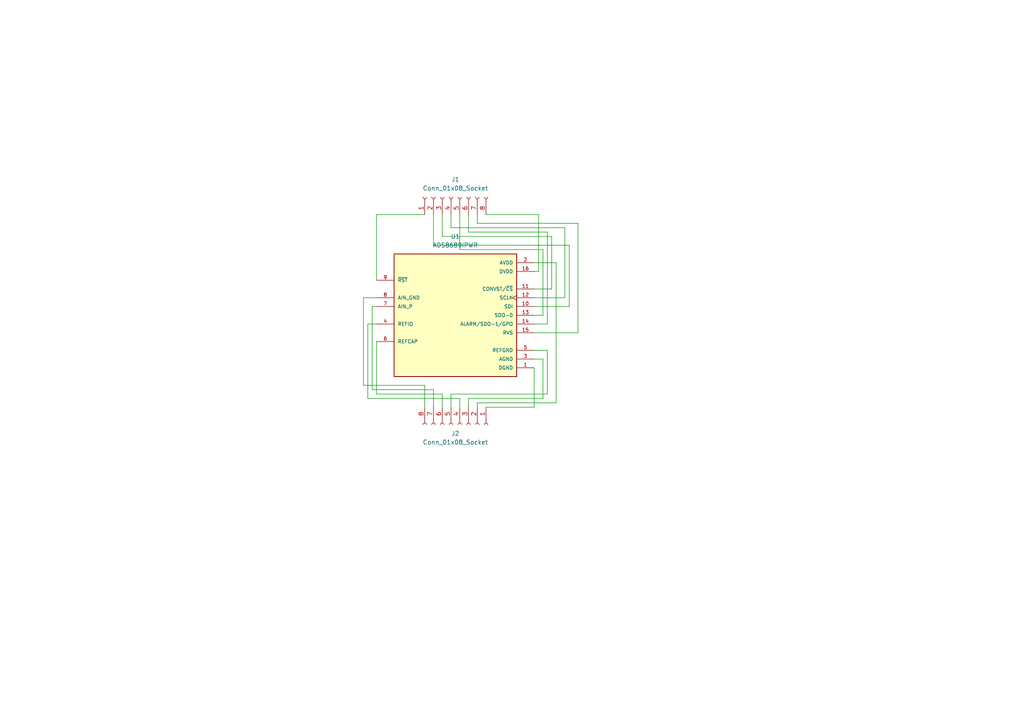
<source format=kicad_sch>
(kicad_sch (version 20230121) (generator eeschema)
  (paper "A4")
  (lib_symbols
    (symbol "ADS8689IPWR:ADS8689IPWR" (pin_names (offset 1.016))
      (property "Reference" "U" (at -17.78 20.32 0))
      (property "Value" "ADS8689IPWR" (at -17.78 -20.32 0))
      (symbol "ADS8689IPWR_0_0"
        (rectangle (start -17.78 17.78) (end 17.78 -17.78) (stroke (width 0.254)) (fill (type background)))
        (pin power_in line (at 22.86 -15.24 180) (length 5.08) (name "DGND") (number "1"))
        (pin input line (at 22.86 2.54 180) (length 5.08) (name "SDI") (number "10"))
        (pin input line (at 22.86 7.62 180) (length 5.08) (name "CONVST/~{CS}") (number "11"))
        (pin input clock (at 22.86 5.08 180) (length 5.08) (name "SCLK") (number "12"))
        (pin output line (at 22.86 0 180) (length 5.08) (name "SDO-0") (number "13"))
        (pin output line (at 22.86 -2.54 180) (length 5.08) (name "ALARM/SDO-1/GPO") (number "14"))
        (pin output line (at 22.86 -5.08 180) (length 5.08) (name "RVS") (number "15"))
        (pin power_in line (at 22.86 12.7 180) (length 5.08) (name "DVDD") (number "16"))
        (pin power_in line (at 22.86 15.24 180) (length 5.08) (name "AVDD") (number "2"))
        (pin power_in line (at 22.86 -12.7 180) (length 5.08) (name "AGND") (number "3"))
        (pin bidirectional line (at -22.86 -2.54 0) (length 5.08) (name "REFIO") (number "4"))
        (pin power_in line (at 22.86 -10.16 180) (length 5.08) (name "REFGND") (number "5"))
        (pin output line (at -22.86 -7.62 0) (length 5.08) (name "REFCAP") (number "6"))
        (pin input line (at -22.86 2.54 0) (length 5.08) (name "AIN_P") (number "7"))
        (pin input line (at -22.86 5.08 0) (length 5.08) (name "AIN_GND") (number "8"))
        (pin input line (at -22.86 10.16 0) (length 5.08) (name "~{RST}") (number "9"))
      )
    )
    (symbol "Connector:Conn_01x08_Socket" (pin_names (offset 1.016) hide)
      (property "Reference" "J" (at 0 10.16 0))
      (property "Value" "Conn_01x08_Socket" (at 0 -12.7 0))
      (symbol "Conn_01x08_Socket_1_1"
        (arc (start 0 -9.652) (mid -0.5058 -10.16) (end 0 -10.668) (stroke (width 0.1524)))
        (arc (start 0 -7.112) (mid -0.5058 -7.62) (end 0 -8.128) (stroke (width 0.1524)))
        (arc (start 0 -4.572) (mid -0.5058 -5.08) (end 0 -5.588) (stroke (width 0.1524)))
        (arc (start 0 -2.032) (mid -0.5058 -2.54) (end 0 -3.048) (stroke (width 0.1524)))
        (polyline (pts (xy -1.27 -10.16) (xy -0.508 -10.16)) (stroke (width 0.1524)))
        (polyline (pts (xy -1.27 -7.62) (xy -0.508 -7.62)) (stroke (width 0.1524)))
        (polyline (pts (xy -1.27 -5.08) (xy -0.508 -5.08)) (stroke (width 0.1524)))
        (polyline (pts (xy -1.27 -2.54) (xy -0.508 -2.54)) (stroke (width 0.1524)))
        (polyline (pts (xy -1.27 0) (xy -0.508 0)) (stroke (width 0.1524)))
        (polyline (pts (xy -1.27 2.54) (xy -0.508 2.54)) (stroke (width 0.1524)))
        (polyline (pts (xy -1.27 5.08) (xy -0.508 5.08)) (stroke (width 0.1524)))
        (polyline (pts (xy -1.27 7.62) (xy -0.508 7.62)) (stroke (width 0.1524)))
        (arc (start 0 0.508) (mid -0.5058 0) (end 0 -0.508) (stroke (width 0.1524)))
        (arc (start 0 3.048) (mid -0.5058 2.54) (end 0 2.032) (stroke (width 0.1524)))
        (arc (start 0 5.588) (mid -0.5058 5.08) (end 0 4.572) (stroke (width 0.1524)))
        (arc (start 0 8.128) (mid -0.5058 7.62) (end 0 7.112) (stroke (width 0.1524)))
        (pin passive line (at -5.08 7.62 0) (length 3.81) (name "Pin_1") (number "1"))
        (pin passive line (at -5.08 5.08 0) (length 3.81) (name "Pin_2") (number "2"))
        (pin passive line (at -5.08 2.54 0) (length 3.81) (name "Pin_3") (number "3"))
        (pin passive line (at -5.08 0 0) (length 3.81) (name "Pin_4") (number "4"))
        (pin passive line (at -5.08 -2.54 0) (length 3.81) (name "Pin_5") (number "5"))
        (pin passive line (at -5.08 -5.08 0) (length 3.81) (name "Pin_6") (number "6"))
        (pin passive line (at -5.08 -7.62 0) (length 3.81) (name "Pin_7") (number "7"))
        (pin passive line (at -5.08 -10.16 0) (length 3.81) (name "Pin_8") (number "8"))
      )
    )
  )
  (wire (pts (xy 154.94 93.98) (xy 158.75 93.98)))
  (wire (pts (xy 157.48 115.57) (xy 135.89 115.57)))
  (wire (pts (xy 109.22 114.3) (xy 128.27 114.3)))
  (wire (pts (xy 158.75 101.6) (xy 158.75 114.3)))
  (wire (pts (xy 109.22 81.28) (xy 109.22 62.23)))
  (wire (pts (xy 105.41 111.76) (xy 123.19 111.76)))
  (wire (pts (xy 154.94 78.74) (xy 156.21 78.74)))
  (wire (pts (xy 161.29 76.2) (xy 161.29 116.84)))
  (wire (pts (xy 154.94 118.11) (xy 140.97 118.11)))
  (wire (pts (xy 128.27 68.58) (xy 128.27 62.23)))
  (wire (pts (xy 157.48 72.39) (xy 133.35 72.39)))
  (wire (pts (xy 125.73 71.12) (xy 125.73 62.23)))
  (wire (pts (xy 135.89 115.57) (xy 135.89 118.11)))
  (wire (pts (xy 138.43 116.84) (xy 138.43 118.11)))
  (wire (pts (xy 158.75 114.3) (xy 130.81 114.3)))
  (wire (pts (xy 133.35 72.39) (xy 133.35 62.23)))
  (wire (pts (xy 163.83 66.04) (xy 130.81 66.04)))
  (wire (pts (xy 163.83 86.36) (xy 163.83 66.04)))
  (wire (pts (xy 160.02 83.82) (xy 160.02 68.58)))
  (wire (pts (xy 133.35 115.57) (xy 133.35 118.11)))
  (wire (pts (xy 160.02 68.58) (xy 128.27 68.58)))
  (wire (pts (xy 165.1 71.12) (xy 125.73 71.12)))
  (wire (pts (xy 154.94 104.14) (xy 157.48 104.14)))
  (wire (pts (xy 107.95 113.03) (xy 125.73 113.03)))
  (wire (pts (xy 154.94 101.6) (xy 158.75 101.6)))
  (wire (pts (xy 154.94 106.68) (xy 154.94 118.11)))
  (wire (pts (xy 154.94 96.52) (xy 167.64 96.52)))
  (wire (pts (xy 109.22 88.9) (xy 107.95 88.9)))
  (wire (pts (xy 154.94 83.82) (xy 160.02 83.82)))
  (wire (pts (xy 157.48 91.44) (xy 157.48 72.39)))
  (wire (pts (xy 128.27 114.3) (xy 128.27 118.11)))
  (wire (pts (xy 140.97 62.23) (xy 156.21 62.23)))
  (wire (pts (xy 161.29 116.84) (xy 138.43 116.84)))
  (wire (pts (xy 138.43 64.77) (xy 138.43 62.23)))
  (wire (pts (xy 105.41 86.36) (xy 105.41 111.76)))
  (wire (pts (xy 154.94 76.2) (xy 161.29 76.2)))
  (wire (pts (xy 109.22 93.98) (xy 106.68 93.98)))
  (wire (pts (xy 106.68 93.98) (xy 106.68 115.57)))
  (wire (pts (xy 125.73 113.03) (xy 125.73 118.11)))
  (wire (pts (xy 109.22 86.36) (xy 105.41 86.36)))
  (wire (pts (xy 123.19 111.76) (xy 123.19 118.11)))
  (wire (pts (xy 106.68 115.57) (xy 133.35 115.57)))
  (wire (pts (xy 154.94 86.36) (xy 163.83 86.36)))
  (wire (pts (xy 107.95 88.9) (xy 107.95 113.03)))
  (wire (pts (xy 130.81 114.3) (xy 130.81 118.11)))
  (wire (pts (xy 167.64 64.77) (xy 138.43 64.77)))
  (wire (pts (xy 135.89 67.31) (xy 135.89 62.23)))
  (wire (pts (xy 154.94 91.44) (xy 157.48 91.44)))
  (wire (pts (xy 158.75 67.31) (xy 135.89 67.31)))
  (wire (pts (xy 154.94 88.9) (xy 165.1 88.9)))
  (wire (pts (xy 158.75 93.98) (xy 158.75 67.31)))
  (wire (pts (xy 167.64 96.52) (xy 167.64 64.77)))
  (wire (pts (xy 109.22 99.06) (xy 109.22 114.3)))
  (wire (pts (xy 156.21 78.74) (xy 156.21 62.23)))
  (wire (pts (xy 165.1 88.9) (xy 165.1 71.12)))
  (wire (pts (xy 157.48 104.14) (xy 157.48 115.57)))
  (wire (pts (xy 130.81 66.04) (xy 130.81 62.23)))
  (wire (pts (xy 109.22 62.23) (xy 123.19 62.23)))
  (symbol (lib_id "Connector:Conn_01x08_Socket") (at 130.81 57.15 90) (unit 1)
    (property "Reference" "J1" (at 132.08 52.07 90))
    (property "Value" "Conn_01x08_Socket" (at 132.08 54.61 90))
    (property "Footprint" "Connector_PinSocket_2.54mm:PinSocket_1x08_P2.54mm_Vertical" (effects hide))
  )
  (symbol (lib_id "Connector:Conn_01x08_Socket") (at 133.35 123.19 270) (unit 1)
    (property "Reference" "J2" (at 132.08 125.73 90))
    (property "Value" "Conn_01x08_Socket" (at 132.08 128.27 90))
    (property "Footprint" "Connector_PinSocket_2.54mm:PinSocket_1x08_P2.54mm_Vertical" (effects hide))
  )
  (symbol (lib_id "ADS8689IPWR:ADS8689IPWR") (at 132.08 91.44 0) (unit 1)
    (property "Reference" "U1" (at 132.08 68.58 0))
    (property "Value" "ADS8689IPWR" (at 132.08 71.12 0))
    (property "Footprint" "ADS8689IPWR:SOP65P640X120-16N" (effects hide))
    (property "MF" "Texas Instruments" (effects hide))
    (property "MAXIMUM_PACKAGE_HEIGHT" "1.20mm" (effects hide))
    (property "Package" "TSSOP-16 Texas Instruments" (effects hide))
    (property "Price" "None" (effects hide))
    (property "Check_prices" "https://www.snapeda.com/parts/ADS8689IPWR/Texas+Instruments/view-part/?ref=eda" (effects hide))
    (property "STANDARD" "IPC 7351B" (effects hide))
    (property "PARTREV" "D" (effects hide))
    (property "SnapEDA_Link" "https://www.snapeda.com/parts/ADS8689IPWR/Texas+Instruments/view-part/?ref=snap" (effects hide))
    (property "MP" "ADS8689IPWR" (effects hide))
    (property "Purchase-URL" "https://www.snapeda.com/api/url_track_click_mouser/?unipart_id=996811&manufacturer=Texas Instruments&part_name=ADS8689IPWR&search_term=ads8689ipwr" (effects hide))
    (property "Description" "\n16-Bit, 100-kSPS, 1-Ch SAR ADC with programmable (±12/±10/±6/±5/±2.5V) input ranges on +5V supply\n" (effects hide))
    (property "Availability" "In Stock" (effects hide))
    (property "MANUFACTURER" "Texas Instruments" (effects hide))
  )
)
</source>
